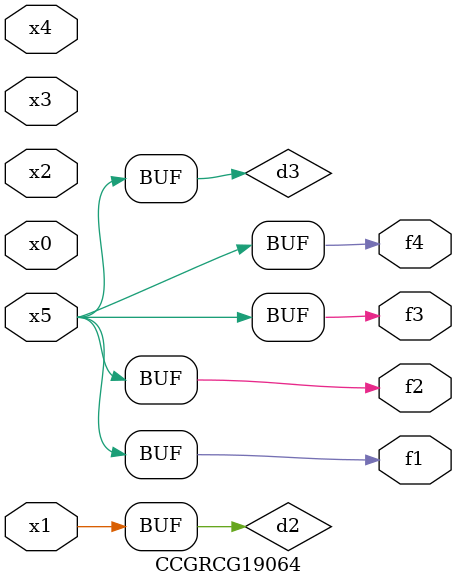
<source format=v>
module CCGRCG19064(
	input x0, x1, x2, x3, x4, x5,
	output f1, f2, f3, f4
);

	wire d1, d2, d3;

	not (d1, x5);
	or (d2, x1);
	xnor (d3, d1);
	assign f1 = d3;
	assign f2 = d3;
	assign f3 = d3;
	assign f4 = d3;
endmodule

</source>
